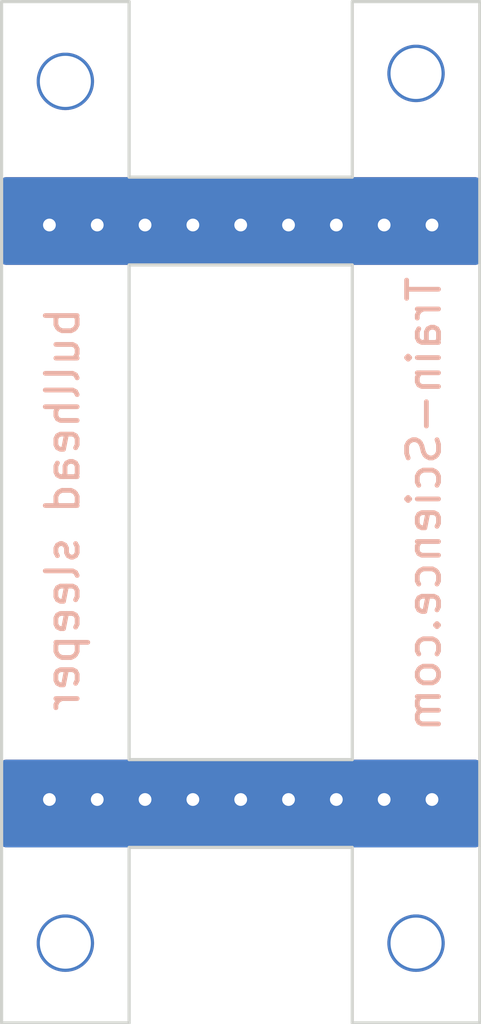
<source format=kicad_pcb>
(kicad_pcb (version 20221018) (generator pcbnew)

  (general
    (thickness 1.6)
  )

  (paper "A4")
  (layers
    (0 "F.Cu" signal)
    (31 "B.Cu" signal)
    (32 "B.Adhes" user "B.Adhesive")
    (33 "F.Adhes" user "F.Adhesive")
    (34 "B.Paste" user)
    (35 "F.Paste" user)
    (36 "B.SilkS" user "B.Silkscreen")
    (37 "F.SilkS" user "F.Silkscreen")
    (38 "B.Mask" user)
    (39 "F.Mask" user)
    (40 "Dwgs.User" user "User.Drawings")
    (41 "Cmts.User" user "User.Comments")
    (42 "Eco1.User" user "User.Eco1")
    (43 "Eco2.User" user "User.Eco2")
    (44 "Edge.Cuts" user)
    (45 "Margin" user)
    (46 "B.CrtYd" user "B.Courtyard")
    (47 "F.CrtYd" user "F.Courtyard")
    (48 "B.Fab" user)
    (49 "F.Fab" user)
    (50 "User.1" user)
    (51 "User.2" user)
    (52 "User.3" user)
    (53 "User.4" user)
    (54 "User.5" user)
    (55 "User.6" user)
    (56 "User.7" user)
    (57 "User.8" user)
    (58 "User.9" user)
  )

  (setup
    (stackup
      (layer "F.SilkS" (type "Top Silk Screen"))
      (layer "F.Paste" (type "Top Solder Paste"))
      (layer "F.Mask" (type "Top Solder Mask") (thickness 0.01))
      (layer "F.Cu" (type "copper") (thickness 0.035))
      (layer "dielectric 1" (type "core") (thickness 1.51) (material "FR4") (epsilon_r 4.5) (loss_tangent 0.02))
      (layer "B.Cu" (type "copper") (thickness 0.035))
      (layer "B.Mask" (type "Bottom Solder Mask") (thickness 0.01))
      (layer "B.Paste" (type "Bottom Solder Paste"))
      (layer "B.SilkS" (type "Bottom Silk Screen"))
      (copper_finish "None")
      (dielectric_constraints no)
    )
    (pad_to_mask_clearance 0)
    (pcbplotparams
      (layerselection 0x00010fc_ffffffff)
      (plot_on_all_layers_selection 0x0000000_00000000)
      (disableapertmacros false)
      (usegerberextensions false)
      (usegerberattributes true)
      (usegerberadvancedattributes true)
      (creategerberjobfile true)
      (dashed_line_dash_ratio 12.000000)
      (dashed_line_gap_ratio 3.000000)
      (svgprecision 6)
      (plotframeref false)
      (viasonmask false)
      (mode 1)
      (useauxorigin false)
      (hpglpennumber 1)
      (hpglpenspeed 20)
      (hpglpendiameter 15.000000)
      (dxfpolygonmode true)
      (dxfimperialunits true)
      (dxfusepcbnewfont true)
      (psnegative false)
      (psa4output false)
      (plotreference true)
      (plotvalue true)
      (plotinvisibletext false)
      (sketchpadsonfab false)
      (subtractmaskfromsilk false)
      (outputformat 1)
      (mirror false)
      (drillshape 1)
      (scaleselection 1)
      (outputdirectory "")
    )
  )

  (net 0 "")
  (net 1 "gnd")

  (gr_line (start 99 40) (end 99 72)
    (stroke (width 0.1) (type default)) (layer "Edge.Cuts") (tstamp 101613a9-7a6d-4763-b8fa-6a84acd809d4))
  (gr_line (start 88 72) (end 84 72)
    (stroke (width 0.1) (type default)) (layer "Edge.Cuts") (tstamp 14fc84f9-010c-4f93-8aaa-fca07e1c96fb))
  (gr_line (start 88 48.25) (end 95 48.25)
    (stroke (width 0.1) (type default)) (layer "Edge.Cuts") (tstamp 2cfbe6b6-d600-4ada-875a-a1161a3c38e5))
  (gr_line (start 95 45.5) (end 95 40)
    (stroke (width 0.1) (type default)) (layer "Edge.Cuts") (tstamp 37abefaf-1551-442c-aabd-49bdf249a9bc))
  (gr_line (start 84 72) (end 84 40)
    (stroke (width 0.1) (type default)) (layer "Edge.Cuts") (tstamp 61eb1b29-2aef-4039-b34e-3c2472dd9b5e))
  (gr_line (start 95 48.25) (end 95 63.75)
    (stroke (width 0.1) (type default)) (layer "Edge.Cuts") (tstamp 75b3587d-8168-433c-905a-5b91f9606ec1))
  (gr_line (start 95 40) (end 99 40)
    (stroke (width 0.1) (type default)) (layer "Edge.Cuts") (tstamp 78d15f64-0890-4d58-94ba-f633fd72eff4))
  (gr_line (start 88 63.75) (end 88 48.25)
    (stroke (width 0.1) (type default)) (layer "Edge.Cuts") (tstamp 7a104f83-4568-486f-a6d8-9cbdb1aa1d7b))
  (gr_line (start 99 72) (end 95 72)
    (stroke (width 0.1) (type default)) (layer "Edge.Cuts") (tstamp 844283d7-82cd-4a71-9e30-5551675eff6a))
  (gr_line (start 88 45.5) (end 95 45.5)
    (stroke (width 0.1) (type default)) (layer "Edge.Cuts") (tstamp aa3e46f7-9349-43a6-b78e-094d5496c78e))
  (gr_line (start 88 40) (end 88 45.5)
    (stroke (width 0.1) (type default)) (layer "Edge.Cuts") (tstamp b59d5225-f83e-488a-a816-e1b7041f5e38))
  (gr_line (start 84 40) (end 88 40)
    (stroke (width 0.1) (type default)) (layer "Edge.Cuts") (tstamp b7f0b46c-2457-4688-9dce-1437bb8d14de))
  (gr_line (start 95 72) (end 95 66.5)
    (stroke (width 0.1) (type default)) (layer "Edge.Cuts") (tstamp ccc5f002-5b8b-474a-b118-ad498791f56c))
  (gr_line (start 95 63.75) (end 88 63.75)
    (stroke (width 0.1) (type default)) (layer "Edge.Cuts") (tstamp dbcf5925-d94a-46e4-b5fd-9a12546ba05c))
  (gr_line (start 88 66.5) (end 95 66.5)
    (stroke (width 0.1) (type default)) (layer "Edge.Cuts") (tstamp e0a4a29c-cc42-48a0-ae2f-397d7c221323))
  (gr_line (start 88 66.5) (end 88 72)
    (stroke (width 0.1) (type default)) (layer "Edge.Cuts") (tstamp e93a7212-e601-4420-b533-9e2c8ee40115))
  (gr_text "bullhead sleeper" (at 86.5 49.5 90) (layer "B.SilkS") (tstamp 4a78c607-48de-4e62-ab78-630f78584e12)
    (effects (font (size 1 1) (thickness 0.15)) (justify left bottom mirror))
  )
  (gr_text "Train-Science.com" (at 97.25 55.75 90) (layer "B.SilkS") (tstamp 75ca41ae-1856-4b18-802f-ad10b411492f)
    (effects (font (size 1 1) (thickness 0.15)) (justify mirror))
  )

  (via (at 97 69.5) (size 1.8) (drill 1.6) (layers "F.Cu" "B.Cu") (free) (net 0) (tstamp 344e7c6a-1af3-4c63-965a-9ae33c913d33))
  (via (at 86 42.5) (size 1.8) (drill 1.6) (layers "F.Cu" "B.Cu") (free) (net 0) (tstamp 47036f65-a268-48ca-809c-09ae9c5d583c))
  (via (at 97 42.25) (size 1.8) (drill 1.6) (layers "F.Cu" "B.Cu") (free) (net 0) (tstamp be72a94b-44dc-4beb-8f9f-f727bfb3e3a4))
  (via (at 86 69.5) (size 1.8) (drill 1.6) (layers "F.Cu" "B.Cu") (free) (net 0) (tstamp ff8f8ba9-edde-4214-895d-3fd331c9f478))
  (via (at 88.5 47) (size 0.8) (drill 0.4) (layers "F.Cu" "B.Cu") (free) (net 1) (tstamp 0a4daf55-37c5-4c6a-8a2c-b63b95cc13e3))
  (via (at 90 65) (size 0.8) (drill 0.4) (layers "F.Cu" "B.Cu") (free) (net 1) (tstamp 17310727-c9c5-49c6-95f8-e67b97f38a1c))
  (via (at 87 65) (size 0.8) (drill 0.4) (layers "F.Cu" "B.Cu") (free) (net 1) (tstamp 24b1ced4-cffa-4aae-aba2-30bb68c90ab6))
  (via (at 85.5 65) (size 0.8) (drill 0.4) (layers "F.Cu" "B.Cu") (free) (net 1) (tstamp 3fd6b28a-3647-4d7a-864e-7eb45d79aed1))
  (via (at 94.5 47) (size 0.8) (drill 0.4) (layers "F.Cu" "B.Cu") (free) (net 1) (tstamp 44c5dbbf-45b4-4031-92f5-da1ce516d481))
  (via (at 85.5 47) (size 0.8) (drill 0.4) (layers "F.Cu" "B.Cu") (free) (net 1) (tstamp 4f000b04-8984-4adc-a6ed-be746b195dd4))
  (via (at 94.5 65) (size 0.8) (drill 0.4) (layers "F.Cu" "B.Cu") (free) (net 1) (tstamp 56b8588a-e818-4f82-b970-80a41482445e))
  (via (at 93 65) (size 0.8) (drill 0.4) (layers "F.Cu" "B.Cu") (free) (net 1) (tstamp 58d83e9a-1eee-419e-b413-8f47c2d73981))
  (via (at 96 65) (size 0.8) (drill 0.4) (layers "F.Cu" "B.Cu") (free) (net 1) (tstamp 6510b290-d147-4ae6-b7d3-24e44b43dd2b))
  (via (at 90 47) (size 0.8) (drill 0.4) (layers "F.Cu" "B.Cu") (free) (net 1) (tstamp 6c4e1c59-31a7-4ced-84aa-fa10c0a5ca9f))
  (via (at 88.5 65) (size 0.8) (drill 0.4) (layers "F.Cu" "B.Cu") (free) (net 1) (tstamp 70247a08-5d06-4b27-a760-50dc3a7a3c26))
  (via (at 91.5 47) (size 0.8) (drill 0.4) (layers "F.Cu" "B.Cu") (free) (net 1) (tstamp 7e1ff5b2-0eaa-47fc-b2cd-0096eb04fa12))
  (via (at 97.5 47) (size 0.8) (drill 0.4) (layers "F.Cu" "B.Cu") (free) (net 1) (tstamp 9bb217e6-2d8e-4003-a03d-e2c9b310d80b))
  (via (at 97.5 65) (size 0.8) (drill 0.4) (layers "F.Cu" "B.Cu") (free) (net 1) (tstamp 9f1b9fa3-1eea-4339-8f39-46c34b9f5b38))
  (via (at 91.5 65) (size 0.8) (drill 0.4) (layers "F.Cu" "B.Cu") (free) (net 1) (tstamp a50faf9b-16bb-479e-8576-f035bc020deb))
  (via (at 87 47) (size 0.8) (drill 0.4) (layers "F.Cu" "B.Cu") (free) (net 1) (tstamp c1268760-7958-4960-8d5a-10b037fbad7d))
  (via (at 93 47) (size 0.8) (drill 0.4) (layers "F.Cu" "B.Cu") (free) (net 1) (tstamp d729fe87-bd50-4d75-8da4-bdacd441eb65))
  (via (at 96 47) (size 0.8) (drill 0.4) (layers "F.Cu" "B.Cu") (free) (net 1) (tstamp fbecb724-079b-4ddb-93f9-cf03f9d09ced))

  (zone (net 1) (net_name "gnd") (layers "F&B.Cu") (tstamp 2d9abccc-d9f2-4c5b-b945-70b6492f6821) (hatch edge 0.5)
    (priority 1)
    (connect_pads (clearance 0.508))
    (min_thickness 0.25) (filled_areas_thickness no)
    (fill yes (thermal_gap 0.5) (thermal_bridge_width 0.5) (island_removal_mode 1) (island_area_min 10))
    (polygon
      (pts
        (xy 84 45.5)
        (xy 99 45.5)
        (xy 99 48.25)
        (xy 84 48.25)
      )
    )
    (filled_polygon
      (layer "F.Cu")
      (pts
        (xy 87.976926 45.500556)
        (xy 87.999998 45.50054)
        (xy 88 45.500541)
        (xy 88.000001 45.50054)
        (xy 88.024616 45.500524)
        (xy 88.024616 45.500528)
        (xy 88.02476 45.5005)
        (xy 94.97524 45.5005)
        (xy 94.975383 45.500528)
        (xy 94.975384 45.500524)
        (xy 94.999998 45.50054)
        (xy 95 45.500541)
        (xy 95.000001 45.50054)
        (xy 95.023073 45.500556)
        (xy 95.025885 45.5)
        (xy 98.8755 45.5)
        (xy 98.942539 45.519685)
        (xy 98.988294 45.572489)
        (xy 98.9995 45.624)
        (xy 98.9995 48.126)
        (xy 98.979815 48.193039)
        (xy 98.927011 48.238794)
        (xy 98.8755 48.25)
        (xy 95.025967 48.25)
        (xy 95.023247 48.249459)
        (xy 94.975446 48.249459)
        (xy 94.97524 48.2495)
        (xy 88.02476 48.2495)
        (xy 88.024554 48.249459)
        (xy 87.976753 48.249459)
        (xy 87.974033 48.25)
        (xy 84.1245 48.25)
        (xy 84.057461 48.230315)
        (xy 84.011706 48.177511)
        (xy 84.0005 48.126)
        (xy 84.0005 45.624)
        (xy 84.020185 45.556961)
        (xy 84.072989 45.511206)
        (xy 84.1245 45.5)
        (xy 87.974115 45.5)
      )
    )
    (filled_polygon
      (layer "B.Cu")
      (pts
        (xy 87.976926 45.500556)
        (xy 87.999998 45.50054)
        (xy 88 45.500541)
        (xy 88.000001 45.50054)
        (xy 88.024616 45.500524)
        (xy 88.024616 45.500528)
        (xy 88.02476 45.5005)
        (xy 94.97524 45.5005)
        (xy 94.975383 45.500528)
        (xy 94.975384 45.500524)
        (xy 94.999998 45.50054)
        (xy 95 45.500541)
        (xy 95.000001 45.50054)
        (xy 95.023073 45.500556)
        (xy 95.025885 45.5)
        (xy 98.8755 45.5)
        (xy 98.942539 45.519685)
        (xy 98.988294 45.572489)
        (xy 98.9995 45.624)
        (xy 98.9995 48.126)
        (xy 98.979815 48.193039)
        (xy 98.927011 48.238794)
        (xy 98.8755 48.25)
        (xy 95.025967 48.25)
        (xy 95.023247 48.249459)
        (xy 94.975446 48.249459)
        (xy 94.97524 48.2495)
        (xy 88.02476 48.2495)
        (xy 88.024554 48.249459)
        (xy 87.976753 48.249459)
        (xy 87.974033 48.25)
        (xy 84.1245 48.25)
        (xy 84.057461 48.230315)
        (xy 84.011706 48.177511)
        (xy 84.0005 48.126)
        (xy 84.0005 45.624)
        (xy 84.020185 45.556961)
        (xy 84.072989 45.511206)
        (xy 84.1245 45.5)
        (xy 87.974115 45.5)
      )
    )
  )
  (zone (net 1) (net_name "gnd") (layers "F&B.Cu") (tstamp d5750e6a-8d29-477f-9b6f-165dfb9e072a) (hatch edge 0.5)
    (priority 1)
    (connect_pads (clearance 0.508))
    (min_thickness 0.25) (filled_areas_thickness no)
    (fill yes (thermal_gap 0.5) (thermal_bridge_width 0.5) (island_removal_mode 1) (island_area_min 10))
    (polygon
      (pts
        (xy 84 63.75)
        (xy 99 63.75)
        (xy 99 66.5)
        (xy 84 66.5)
      )
    )
    (filled_polygon
      (layer "F.Cu")
      (pts
        (xy 87.976926 63.750556)
        (xy 87.999998 63.75054)
        (xy 88 63.750541)
        (xy 88.000001 63.75054)
        (xy 88.024616 63.750524)
        (xy 88.024616 63.750528)
        (xy 88.02476 63.7505)
        (xy 94.97524 63.7505)
        (xy 94.975383 63.750528)
        (xy 94.975384 63.750524)
        (xy 94.999998 63.75054)
        (xy 95 63.750541)
        (xy 95.000001 63.75054)
        (xy 95.023073 63.750556)
        (xy 95.025885 63.75)
        (xy 98.8755 63.75)
        (xy 98.942539 63.769685)
        (xy 98.988294 63.822489)
        (xy 98.9995 63.874)
        (xy 98.9995 66.376)
        (xy 98.979815 66.443039)
        (xy 98.927011 66.488794)
        (xy 98.8755 66.5)
        (xy 95.025967 66.5)
        (xy 95.023247 66.499459)
        (xy 94.975446 66.499459)
        (xy 94.97524 66.4995)
        (xy 88.02476 66.4995)
        (xy 88.024554 66.499459)
        (xy 87.976753 66.499459)
        (xy 87.974033 66.5)
        (xy 84.1245 66.5)
        (xy 84.057461 66.480315)
        (xy 84.011706 66.427511)
        (xy 84.0005 66.376)
        (xy 84.0005 63.874)
        (xy 84.020185 63.806961)
        (xy 84.072989 63.761206)
        (xy 84.1245 63.75)
        (xy 87.974115 63.75)
      )
    )
    (filled_polygon
      (layer "B.Cu")
      (pts
        (xy 87.976926 63.750556)
        (xy 87.999998 63.75054)
        (xy 88 63.750541)
        (xy 88.000001 63.75054)
        (xy 88.024616 63.750524)
        (xy 88.024616 63.750528)
        (xy 88.02476 63.7505)
        (xy 94.97524 63.7505)
        (xy 94.975383 63.750528)
        (xy 94.975384 63.750524)
        (xy 94.999998 63.75054)
        (xy 95 63.750541)
        (xy 95.000001 63.75054)
        (xy 95.023073 63.750556)
        (xy 95.025885 63.75)
        (xy 98.8755 63.75)
        (xy 98.942539 63.769685)
        (xy 98.988294 63.822489)
        (xy 98.9995 63.874)
        (xy 98.9995 66.376)
        (xy 98.979815 66.443039)
        (xy 98.927011 66.488794)
        (xy 98.8755 66.5)
        (xy 95.025967 66.5)
        (xy 95.023247 66.499459)
        (xy 94.975446 66.499459)
        (xy 94.97524 66.4995)
        (xy 88.02476 66.4995)
        (xy 88.024554 66.499459)
        (xy 87.976753 66.499459)
        (xy 87.974033 66.5)
        (xy 84.1245 66.5)
        (xy 84.057461 66.480315)
        (xy 84.011706 66.427511)
        (xy 84.0005 66.376)
        (xy 84.0005 63.874)
        (xy 84.020185 63.806961)
        (xy 84.072989 63.761206)
        (xy 84.1245 63.75)
        (xy 87.974115 63.75)
      )
    )
  )
  (zone (net 0) (net_name "") (layer "F.Mask") (tstamp 19030347-8de8-40ee-808f-448903c8781c) (hatch edge 0.5)
    (priority 1)
    (connect_pads (clearance 0.508))
    (min_thickness 0.25) (filled_areas_thickness no)
    (fill yes (thermal_gap 0.5) (thermal_bridge_width 0.5) (island_removal_mode 1) (island_area_min 10))
    (polygon
      (pts
        (xy 84 45.5)
        (xy 99 45.5)
        (xy 99 48.25)
        (xy 84 48.25)
      )
    )
    (filled_polygon
      (layer "F.Mask")
      (island)
      (pts
        (xy 98.943039 45.519685)
        (xy 98.988794 45.572489)
        (xy 99 45.624)
        (xy 99 48.126)
        (xy 98.980315 48.193039)
        (xy 98.927511 48.238794)
        (xy 98.876 48.25)
        (xy 84.124 48.25)
        (xy 84.056961 48.230315)
        (xy 84.011206 48.177511)
        (xy 84 48.126)
        (xy 84 45.624)
        (xy 84.019685 45.556961)
        (xy 84.072489 45.511206)
        (xy 84.124 45.5)
        (xy 98.876 45.5)
      )
    )
  )
  (zone (net 0) (net_name "") (layer "F.Mask") (tstamp ba130c23-a837-43e0-821f-00c549776bc8) (hatch edge 0.5)
    (priority 1)
    (connect_pads (clearance 0.508))
    (min_thickness 0.25) (filled_areas_thickness no)
    (fill yes (thermal_gap 0.5) (thermal_bridge_width 0.5) (island_removal_mode 1) (island_area_min 10))
    (polygon
      (pts
        (xy 84 63.75)
        (xy 99 63.75)
        (xy 99 66.5)
        (xy 84 66.5)
      )
    )
    (filled_polygon
      (layer "F.Mask")
      (island)
      (pts
        (xy 98.943039 63.769685)
        (xy 98.988794 63.822489)
        (xy 99 63.874)
        (xy 99 66.376)
        (xy 98.980315 66.443039)
        (xy 98.927511 66.488794)
        (xy 98.876 66.5)
        (xy 84.124 66.5)
        (xy 84.056961 66.480315)
        (xy 84.011206 66.427511)
        (xy 84 66.376)
        (xy 84 63.874)
        (xy 84.019685 63.806961)
        (xy 84.072489 63.761206)
        (xy 84.124 63.75)
        (xy 98.876 63.75)
      )
    )
  )
)

</source>
